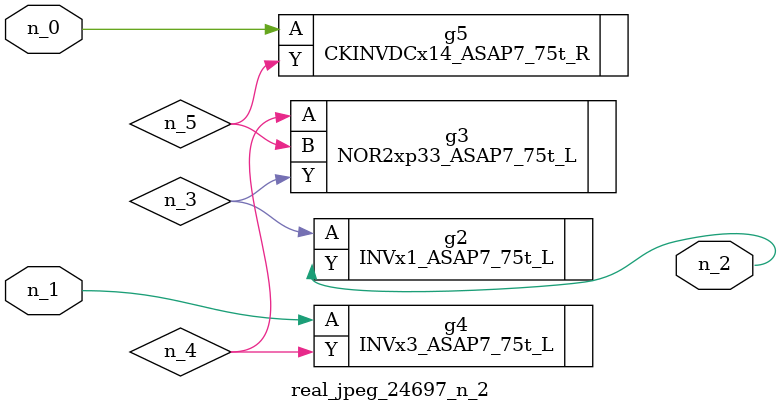
<source format=v>
module real_jpeg_24697_n_2 (n_1, n_0, n_2);

input n_1;
input n_0;

output n_2;

wire n_5;
wire n_4;
wire n_3;

CKINVDCx14_ASAP7_75t_R g5 ( 
.A(n_0),
.Y(n_5)
);

INVx3_ASAP7_75t_L g4 ( 
.A(n_1),
.Y(n_4)
);

INVx1_ASAP7_75t_L g2 ( 
.A(n_3),
.Y(n_2)
);

NOR2xp33_ASAP7_75t_L g3 ( 
.A(n_4),
.B(n_5),
.Y(n_3)
);


endmodule
</source>
